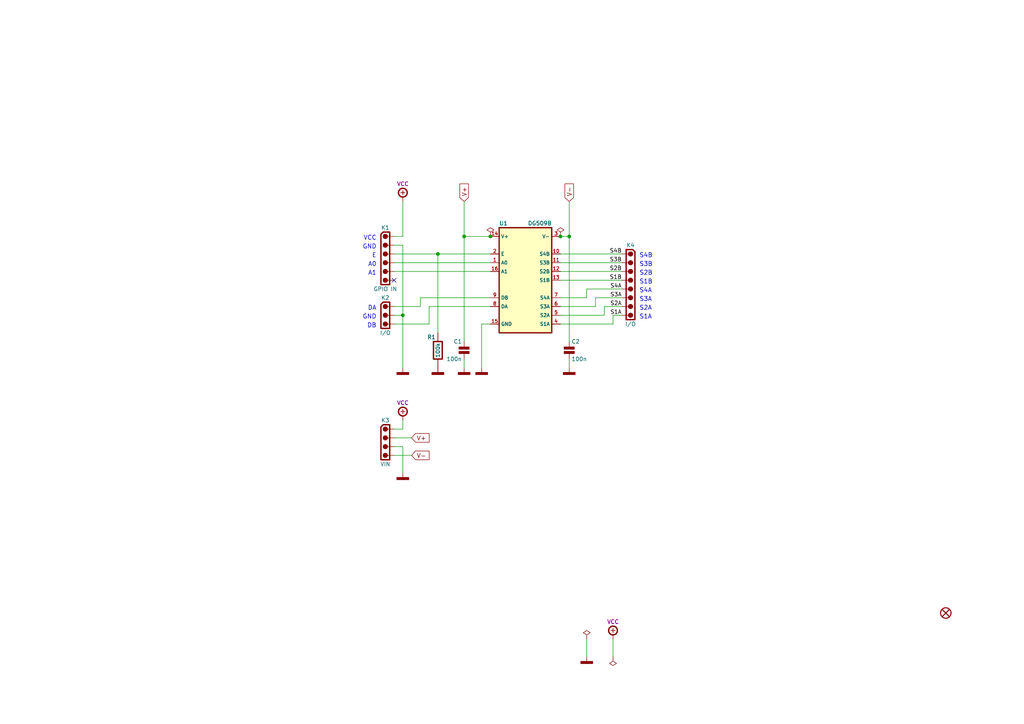
<source format=kicad_sch>
(kicad_sch (version 20250114) (generator "eeschema") (generator_version "9.0")
  (paper "A4")
  (title_block (title "GPIO - DG509B-HEADER") (date "Q1/2022") (rev "A"))
  (lib_symbols
    (symbol "tronixio:+VCC" (power) (pin_numbers (hide yes)) (pin_names (offset 0) (hide yes))
      (property "Description" "VCC" (at 0 5.08 0))
      (symbol "+VCC_0_1"
        (polyline (pts (xy -0.635 2.54) (xy 0.635 2.54)) (stroke (width 0.2)))
        (circle (center 0 2.54) (radius 1.27) (stroke (width 0.4)))
        (polyline (pts (xy 0 1.905) (xy 0 3.175)) (stroke (width 0.2)))
      )
      (symbol "+VCC_1_1"
        (pin power_in line (at 0 0 90) (length 1.27) (name "~") (number "1"))
      )
    )
    (symbol "tronixio:3M-SJ5376" (pin_numbers (hide yes)) (pin_names (offset 0) (hide yes))
      (symbol "3M-SJ5376_0_1"
        (polyline (pts (xy -1.016 -1.016) (xy 1.016 1.016)) (stroke (width 0.3)))
        (circle (center 0 0) (radius 1.524) (stroke (width 0.3)))
        (polyline (pts (xy 1.016 -1.016) (xy -1.016 1.016)) (stroke (width 0.3)))
      )
    )
    (symbol "tronixio:CAPACITOR-1206-100N-50V-5P-X7R" (pin_numbers (hide yes)) (pin_names (offset 0) (hide yes))
      (property "Reference" "C" (at 0.635 2.54 0))
      (property "Value" "100n" (at 0.635 -2.54 0))
      (symbol "CAPACITOR-1206-100N-50V-5P-X7R_0_1"
        (rectangle (start -1.524 1.016) (end 1.524 0.254) (stroke (width 0.001)) (fill (type outline)))
        (rectangle (start -1.524 -0.254) (end 1.524 -1.016) (stroke (width 0.001)) (fill (type outline)))
      )
      (symbol "CAPACITOR-1206-100N-50V-5P-X7R_1_1"
        (pin passive line (at 0 2.54 270) (length 1.905) (name "~") (number "1"))
        (pin passive line (at 0 -2.54 90) (length 1.905) (name "~") (number "2"))
      )
    )
    (symbol "tronixio:GND" (power) (pin_numbers (hide yes)) (pin_names (offset 0) (hide yes))
      (symbol "GND_0_1"
        (rectangle (start -1.778 -2.032) (end 1.778 -1.27) (stroke (width 0.001)) (fill (type outline)))
      )
      (symbol "GND_1_1"
        (pin power_in line (at 0 0 270) (length 1.27) (name "~") (number "1"))
      )
    )
    (symbol "tronixio:HARWIN-254-M-1X03-VERTICAL" (pin_numbers (hide yes)) (pin_names (offset 0) (hide yes))
      (property "Reference" "K" (at 0 2.54 0))
      (property "Value" "SYMBOL-HEADER-M-1X03" (at 0 -7.62 0))
      (symbol "HARWIN-254-M-1X03-VERTICAL_0_1"
        (polyline (pts (xy -1.27 -6.35) (xy 1.27 -6.35) (xy 1.27 0.635) (xy 0.635 1.27) (xy -1.27 1.27) (xy -1.27 -6.35)) (stroke (width 0.4)))
        (circle (center 0 0) (radius 0.635) (stroke (width 0.2)) (fill (type outline)))
        (circle (center 0 -2.54) (radius 0.635) (stroke (width 0.2)) (fill (type outline)))
        (circle (center 0 -5.08) (radius 0.635) (stroke (width 0.2)) (fill (type outline)))
      )
      (symbol "HARWIN-254-M-1X03-VERTICAL_1_1"
        (pin passive line (at -2.54 0 0) (length 1.905) (name "1") (number "1"))
        (pin passive line (at -2.54 -2.54 0) (length 1.905) (name "2") (number "2"))
        (pin passive line (at -2.54 -5.08 0) (length 1.905) (name "3") (number "3"))
      )
    )
    (symbol "tronixio:HARWIN-254-M-1X04-VERTICAL" (pin_numbers (hide yes)) (pin_names (offset 0) (hide yes))
      (property "Reference" "K" (at 0 2.54 0))
      (property "Value" "SYMBOL-HEADER-M-1X04" (at 0 -10.16 0))
      (symbol "HARWIN-254-M-1X04-VERTICAL_0_1"
        (polyline (pts (xy -1.27 -8.89) (xy 1.27 -8.89) (xy 1.27 0.635) (xy 0.635 1.27) (xy -1.27 1.27) (xy -1.27 -8.89)) (stroke (width 0.4)))
        (circle (center 0 0) (radius 0.635) (stroke (width 0.2)) (fill (type outline)))
        (circle (center 0 -2.54) (radius 0.635) (stroke (width 0.2)) (fill (type outline)))
        (circle (center 0 -5.08) (radius 0.635) (stroke (width 0.2)) (fill (type outline)))
        (circle (center 0 -7.62) (radius 0.635) (stroke (width 0.2)) (fill (type outline)))
      )
      (symbol "HARWIN-254-M-1X04-VERTICAL_1_1"
        (pin passive line (at -2.54 0 0) (length 1.905) (name "1") (number "1"))
        (pin passive line (at -2.54 -2.54 0) (length 1.905) (name "2") (number "2"))
        (pin passive line (at -2.54 -5.08 0) (length 1.905) (name "3") (number "3"))
        (pin passive line (at -2.54 -7.62 0) (length 1.905) (name "4") (number "4"))
      )
    )
    (symbol "tronixio:HARWIN-254-M-1X06-RIGHT-ANGLE" (pin_numbers (hide yes)) (pin_names (offset 0) (hide yes))
      (property "Reference" "K" (at 0 2.54 0))
      (property "Value" "HARWIN-254-M-1X06-RIGHT-ANGLE" (at 0 -15.24 0))
      (symbol "HARWIN-254-M-1X06-RIGHT-ANGLE_0_1"
        (polyline (pts (xy -1.27 -13.97) (xy 1.27 -13.97) (xy 1.27 0.635) (xy 0.635 1.27) (xy -1.27 1.27) (xy -1.27 -13.97)) (stroke (width 0.4)))
        (circle (center 0 0) (radius 0.635) (stroke (width 0.2)) (fill (type outline)))
        (circle (center 0 -2.54) (radius 0.635) (stroke (width 0.2)) (fill (type outline)))
        (circle (center 0 -5.08) (radius 0.635) (stroke (width 0.2)) (fill (type outline)))
        (circle (center 0 -7.62) (radius 0.635) (stroke (width 0.2)) (fill (type outline)))
        (circle (center 0 -10.16) (radius 0.635) (stroke (width 0.2)) (fill (type outline)))
        (circle (center 0 -12.7) (radius 0.635) (stroke (width 0.2)) (fill (type outline)))
      )
      (symbol "HARWIN-254-M-1X06-RIGHT-ANGLE_1_1"
        (pin passive line (at -2.54 0 0) (length 1.905) (name "1") (number "1"))
        (pin passive line (at -2.54 -2.54 0) (length 1.905) (name "2") (number "2"))
        (pin passive line (at -2.54 -5.08 0) (length 1.905) (name "3") (number "3"))
        (pin passive line (at -2.54 -7.62 0) (length 1.905) (name "4") (number "4"))
        (pin passive line (at -2.54 -10.16 0) (length 1.905) (name "5") (number "5"))
        (pin passive line (at -2.54 -12.7 0) (length 1.905) (name "6") (number "6"))
      )
    )
    (symbol "tronixio:HARWIN-254-M-1X08-VERTICAL" (pin_numbers (hide yes)) (pin_names (offset 0) (hide yes))
      (property "Reference" "K" (at 0 2.54 0))
      (property "Value" "HARWIN-254-M-1X08-VERTICAL" (at 0 -20.32 0))
      (symbol "HARWIN-254-M-1X08-VERTICAL_0_1"
        (polyline (pts (xy -1.27 -19.05) (xy 1.27 -19.05) (xy 1.27 0.635) (xy 0.635 1.27) (xy -1.27 1.27) (xy -1.27 -19.05)) (stroke (width 0.4)))
        (circle (center 0 0) (radius 0.635) (stroke (width 0.2)) (fill (type outline)))
        (circle (center 0 -2.54) (radius 0.635) (stroke (width 0.2)) (fill (type outline)))
        (circle (center 0 -5.08) (radius 0.635) (stroke (width 0.2)) (fill (type outline)))
        (circle (center 0 -7.62) (radius 0.635) (stroke (width 0.2)) (fill (type outline)))
        (circle (center 0 -10.16) (radius 0.635) (stroke (width 0.2)) (fill (type outline)))
        (circle (center 0 -12.7) (radius 0.635) (stroke (width 0.2)) (fill (type outline)))
        (circle (center 0 -15.24) (radius 0.635) (stroke (width 0.2)) (fill (type outline)))
        (circle (center 0 -17.78) (radius 0.635) (stroke (width 0.2)) (fill (type outline)))
      )
      (symbol "HARWIN-254-M-1X08-VERTICAL_1_1"
        (pin passive line (at -2.54 0 0) (length 1.905) (name "Pin_1") (number "1"))
        (pin passive line (at -2.54 -2.54 0) (length 1.905) (name "Pin_2") (number "2"))
        (pin passive line (at -2.54 -5.08 0) (length 1.905) (name "Pin_3") (number "3"))
        (pin passive line (at -2.54 -7.62 0) (length 1.905) (name "Pin_4") (number "4"))
        (pin passive line (at -2.54 -10.16 0) (length 1.905) (name "Pin_5") (number "5"))
        (pin passive line (at -2.54 -12.7 0) (length 1.905) (name "Pin_6") (number "6"))
        (pin passive line (at -2.54 -15.24 0) (length 1.905) (name "Pin_7") (number "7"))
        (pin passive line (at -2.54 -17.78 0) (length 1.905) (name "Pin_8") (number "8"))
      )
    )
    (symbol "tronixio:POWER-FLAG" (power) (pin_numbers (hide yes)) (pin_names (offset 0) (hide yes))
      (symbol "POWER-FLAG_0_0"
        (pin power_out line (at 0 0 90) (length 0) (name "pwr") (number "1"))
      )
      (symbol "POWER-FLAG_0_1"
        (polyline (pts (xy 0 0) (xy 0 1.27) (xy -1.016 1.905) (xy 0 2.54) (xy 1.016 1.905) (xy 0 1.27)))
      )
    )
    (symbol "tronixio:RESISTOR-1206-100K-5P" (pin_numbers (hide yes)) (pin_names (offset 0) (hide yes))
      (property "Reference" "R" (at 0.635 3.81 0))
      (property "Value" "100k" (at 0 0 90))
      (symbol "RESISTOR-1206-100K-5P_0_1"
        (rectangle (start -1.27 -2.54) (end 1.27 2.54) (stroke (width 0.4)))
      )
      (symbol "RESISTOR-1206-100K-5P_1_1"
        (pin passive line (at 0 5.08 270) (length 2.54) (name "~") (number "1"))
        (pin passive line (at 0 -5.08 90) (length 2.54) (name "~") (number "2"))
      )
    )
    (symbol "tronixio:VISHAY-DG509B-SOIC" (pin_names (offset 0.5))
      (property "Reference" "U" (at 2.54 3.81 0))
      (property "Value" "DG509B" (at 17.78 3.81 0))
      (symbol "VISHAY-DG509B-SOIC_0_1"
        (rectangle (start 2.54 2.54) (end 17.78 -27.94) (stroke (width 0.4)) (fill (type background)))
      )
      (symbol "VISHAY-DG509B-SOIC_1_1"
        (pin power_in line (at 0 0 0) (length 2.54) (name "V+") (number "14"))
        (pin input line (at 0 -5.08 0) (length 2.54) (name "E") (number "2"))
        (pin input line (at 0 -7.62 0) (length 2.54) (name "A0") (number "1"))
        (pin input line (at 0 -10.16 0) (length 2.54) (name "A1") (number "16"))
        (pin bidirectional line (at 0 -17.78 0) (length 2.54) (name "DB") (number "9"))
        (pin bidirectional line (at 0 -20.32 0) (length 2.54) (name "DA") (number "8"))
        (pin power_in line (at 0 -25.4 0) (length 2.54) (name "GND") (number "15"))
        (pin power_in line (at 20.32 0 180) (length 2.54) (name "V-") (number "3"))
        (pin bidirectional line (at 20.32 -5.08 180) (length 2.54) (name "S4B") (number "10"))
        (pin bidirectional line (at 20.32 -7.62 180) (length 2.54) (name "S3B") (number "11"))
        (pin bidirectional line (at 20.32 -10.16 180) (length 2.54) (name "S2B") (number "12"))
        (pin bidirectional line (at 20.32 -12.7 180) (length 2.54) (name "S1B") (number "13"))
        (pin bidirectional line (at 20.32 -17.78 180) (length 2.54) (name "S4A") (number "7"))
        (pin bidirectional line (at 20.32 -20.32 180) (length 2.54) (name "S3A") (number "6"))
        (pin bidirectional line (at 20.32 -22.86 180) (length 2.54) (name "S2A") (number "5"))
        (pin bidirectional line (at 20.32 -25.4 180) (length 2.54) (name "S1A") (number "4"))
      )
    )
  )
  (text "A0" (at 109.22 77.47 0) (effects (font (size 1.27 1.27)) (justify right bottom)))
  (text "S4B" (at 185.42 74.93 0) (effects (font (size 1.27 1.27)) (justify left bottom)))
  (text "S2B" (at 185.42 80.01 0) (effects (font (size 1.27 1.27)) (justify left bottom)))
  (text "S3A" (at 185.42 87.63 0) (effects (font (size 1.27 1.27)) (justify left bottom)))
  (text "VCC" (at 109.22 69.85 0) (effects (font (size 1.27 1.27)) (justify right bottom)))
  (text "E" (at 109.22 74.93 0) (effects (font (size 1.27 1.27)) (justify right bottom)))
  (text "S1A" (at 185.42 92.71 0) (effects (font (size 1.27 1.27)) (justify left bottom)))
  (text "S2A" (at 185.42 90.17 0) (effects (font (size 1.27 1.27)) (justify left bottom)))
  (text "S3B" (at 185.42 77.47 0) (effects (font (size 1.27 1.27)) (justify left bottom)))
  (text "A1" (at 109.22 80.01 0) (effects (font (size 1.27 1.27)) (justify right bottom)))
  (text "DA" (at 109.22 90.17 0) (effects (font (size 1.27 1.27)) (justify right bottom)))
  (text "GND" (at 109.22 72.39 0) (effects (font (size 1.27 1.27)) (justify right bottom)))
  (text "DB" (at 109.22 95.25 0) (effects (font (size 1.27 1.27)) (justify right bottom)))
  (text "S1B" (at 185.42 82.55 0) (effects (font (size 1.27 1.27)) (justify left bottom)))
  (text "S4A" (at 185.42 85.09 0) (effects (font (size 1.27 1.27)) (justify left bottom)))
  (text "GND" (at 109.22 92.71 0) (effects (font (size 1.27 1.27)) (justify right bottom)))
  (junction (at 116.84 91.44))
  (junction (at 127 73.66))
  (junction (at 134.62 68.58))
  (junction (at 165.1 68.58))
  (junction (at 142.24 68.58))
  (junction (at 162.56 68.58))
  (no_connect (at 114.3 81.28))
  (wire (pts (xy 114.3 127) (xy 119.38 127)))
  (wire (pts (xy 114.3 78.74) (xy 142.24 78.74)))
  (wire (pts (xy 162.56 86.36) (xy 170.18 86.36)))
  (wire (pts (xy 116.84 91.44) (xy 116.84 106.68)))
  (wire (pts (xy 114.3 129.54) (xy 116.84 129.54)))
  (wire (pts (xy 175.26 91.44) (xy 175.26 88.9)))
  (wire (pts (xy 114.3 76.2) (xy 142.24 76.2)))
  (wire (pts (xy 165.1 68.58) (xy 162.56 68.58)))
  (wire (pts (xy 121.92 86.36) (xy 121.92 88.9)))
  (wire (pts (xy 139.7 93.98) (xy 139.7 106.68)))
  (wire (pts (xy 114.3 73.66) (xy 127 73.66)))
  (wire (pts (xy 165.1 58.42) (xy 165.1 68.58)))
  (wire (pts (xy 142.24 88.9) (xy 124.46 88.9)))
  (wire (pts (xy 134.62 68.58) (xy 142.24 68.58)))
  (wire (pts (xy 177.8 185.42) (xy 177.8 190.5)))
  (wire (pts (xy 162.56 78.74) (xy 180.34 78.74)))
  (wire (pts (xy 172.72 86.36) (xy 172.72 88.9)))
  (wire (pts (xy 116.84 124.46) (xy 116.84 121.92)))
  (wire (pts (xy 165.1 104.14) (xy 165.1 106.68)))
  (wire (pts (xy 162.56 73.66) (xy 180.34 73.66)))
  (wire (pts (xy 162.56 81.28) (xy 180.34 81.28)))
  (wire (pts (xy 114.3 132.08) (xy 119.38 132.08)))
  (wire (pts (xy 170.18 83.82) (xy 180.34 83.82)))
  (wire (pts (xy 162.56 91.44) (xy 175.26 91.44)))
  (wire (pts (xy 116.84 68.58) (xy 116.84 58.42)))
  (wire (pts (xy 165.1 68.58) (xy 165.1 99.06)))
  (wire (pts (xy 162.56 76.2) (xy 180.34 76.2)))
  (wire (pts (xy 114.3 91.44) (xy 116.84 91.44)))
  (wire (pts (xy 172.72 88.9) (xy 162.56 88.9)))
  (wire (pts (xy 177.8 93.98) (xy 162.56 93.98)))
  (wire (pts (xy 134.62 106.68) (xy 134.62 104.14)))
  (wire (pts (xy 116.84 71.12) (xy 116.84 91.44)))
  (wire (pts (xy 180.34 86.36) (xy 172.72 86.36)))
  (wire (pts (xy 127 73.66) (xy 127 96.52)))
  (wire (pts (xy 114.3 68.58) (xy 116.84 68.58)))
  (wire (pts (xy 124.46 88.9) (xy 124.46 93.98)))
  (wire (pts (xy 114.3 124.46) (xy 116.84 124.46)))
  (wire (pts (xy 116.84 129.54) (xy 116.84 137.16)))
  (wire (pts (xy 127 73.66) (xy 142.24 73.66)))
  (wire (pts (xy 170.18 185.42) (xy 170.18 190.5)))
  (wire (pts (xy 121.92 86.36) (xy 142.24 86.36)))
  (wire (pts (xy 142.24 93.98) (xy 139.7 93.98)))
  (wire (pts (xy 177.8 91.44) (xy 177.8 93.98)))
  (wire (pts (xy 114.3 88.9) (xy 121.92 88.9)))
  (wire (pts (xy 134.62 68.58) (xy 134.62 99.06)))
  (wire (pts (xy 134.62 58.42) (xy 134.62 68.58)))
  (wire (pts (xy 114.3 93.98) (xy 124.46 93.98)))
  (wire (pts (xy 114.3 71.12) (xy 116.84 71.12)))
  (wire (pts (xy 175.26 88.9) (xy 180.34 88.9)))
  (wire (pts (xy 180.34 91.44) (xy 177.8 91.44)))
  (wire (pts (xy 170.18 86.36) (xy 170.18 83.82)))
  (label "S4B" (at 180.34 73.66 180) (effects (font (size 1.15 1.15))))
  (label "S3A" (at 180.34 86.36 180) (effects (font (size 1.15 1.15))))
  (label "S1A" (at 180.34 91.44 180) (effects (font (size 1.15 1.15))))
  (label "S1B" (at 180.34 81.28 180) (effects (font (size 1.15 1.15))))
  (label "S3B" (at 180.34 76.2 180) (effects (font (size 1.15 1.15))))
  (label "S2B" (at 180.34 78.74 180) (effects (font (size 1.15 1.15))))
  (label "S4A" (at 180.34 83.82 180) (effects (font (size 1.15 1.15))))
  (label "S2A" (at 180.34 88.9 180) (effects (font (size 1.15 1.15))))
  (global_label "V-" (shape input) (at 119.38 132.08 0) (property "Intersheetrefs" "${INTERSHEET_REFS}" (effects (hide yes))))
  (global_label "V+" (shape input) (at 134.62 58.42 90) (property "Intersheetrefs" "${INTERSHEET_REFS}" (effects (hide yes))))
  (global_label "V+" (shape input) (at 119.38 127 0) (property "Intersheetrefs" "${INTERSHEET_REFS}" (effects (hide yes))))
  (global_label "V-" (shape input) (at 165.1 58.42 90) (property "Intersheetrefs" "${INTERSHEET_REFS}" (effects (hide yes))))
  (symbol (lib_id "tronixio:CAPACITOR-1206-100N-50V-5P-X7R") (at 134.62 101.6 0) (unit 1)
    (property "Reference" "C1" (at 133.985 99.06 0) (effects (font (size 1.15 1.15)) (justify right)))
    (property "Value" "100n" (at 133.985 104.14 0) (effects (font (size 1.15 1.15)) (justify right)))
    (property "Footprint" "tronixio:CAPACITOR-SMD-1206" (effects (hide yes)))
    (property "Description" "Unpolarized Capacitor" (effects (hide yes)))
    (property "Voltage" "50V" (effects (hide yes)))
    (property "Tolerance" "5%" (effects (hide yes)))
    (property "Mouser" "80-C1206C104J5R" (effects (hide yes)))
  )
  (symbol (lib_id "tronixio:HARWIN-254-M-1X03-VERTICAL") (at 111.76 88.9 0) (mirror y) (unit 1)
    (property "Reference" "K2" (at 111.76 86.36 0) (effects (font (size 1.15 1.15))))
    (property "Value" "I/O" (at 111.76 96.52 0) (effects (font (size 1.15 1.15))))
    (property "Footprint" "tronixio:HARWIN-M20-999034x" (effects (hide yes)))
    (property "Datasheet" "https://www.harwin.com/products/M20-9990346/" (effects (hide yes)))
    (property "Description" "M20 Series - 2.54mm Pitch PCB Connector" (effects (hide yes)))
    (property "Mouser" "855-M20-999034" (effects (hide yes)))
  )
  (symbol (lib_id "tronixio:HARWIN-254-M-1X08-VERTICAL") (at 182.88 73.66 0) (unit 1)
    (property "Reference" "K4" (at 182.88 71.12 0) (effects (font (size 1.15 1.15))))
    (property "Value" "I/O" (at 182.88 93.98 0) (effects (font (size 1.15 1.15))))
    (property "Footprint" "tronixio:HARWIN-M20-999084x" (effects (hide yes)))
    (property "Datasheet" "https://www.harwin.com/products/M20-9990846/" (effects (hide yes)))
    (property "Description" "M20 Series - 2.54mm Pitch PCB Connector" (effects (hide yes)))
    (property "Mouser" "855-M20-999084" (effects (hide yes)))
  )
  (symbol (lib_id "tronixio:VISHAY-DG509B-SOIC") (at 142.24 68.58 0) (unit 1)
    (property "Reference" "U1" (at 144.78 64.77 0) (effects (font (size 1.15 1.15)) (justify left)))
    (property "Value" "DG509B" (at 160.02 64.77 0) (effects (font (size 1.15 1.15)) (justify right)))
    (property "Footprint" "tronixio:SOIC-16" (effects (hide yes)))
    (property "Datasheet" "https://www.vishay.com/docs/64821/dg508b.pdf" (effects (hide yes)))
    (property "Description" "Precision 8-Channel / Dual 4-Channel CMOS Analog Multiplexers" (effects (hide yes)))
    (property "Mouser" "781-DG509BEY-E3" (effects (hide yes)))
  )
  (symbol (lib_id "tronixio:GND") (at 116.84 137.16 0) (unit 1)
    (property "Reference" "#PWR0102" (effects (hide yes)))
    (property "Value" "POWER-GND" (effects (hide yes)))
    (property "Description" "GND" (effects (hide yes)))
  )
  (symbol (lib_id "tronixio:POWER-FLAG") (at 177.8 190.5 180) (unit 1)
    (property "Reference" "#FLG02" (effects (hide yes)))
    (property "Value" "POWER-FLAG" (effects (hide yes)))
    (property "Description" "Special symbol for telling ERC where power comes from" (effects (hide yes)))
  )
  (symbol (lib_id "tronixio:POWER-FLAG") (at 162.56 68.58 0) (unit 1)
    (property "Reference" "#FLG0102" (effects (hide yes)))
    (property "Value" "POWER-FLAG" (effects (hide yes)))
    (property "Description" "Special symbol for telling ERC where power comes from" (effects (hide yes)))
  )
  (symbol (lib_id "tronixio:HARWIN-254-M-1X06-RIGHT-ANGLE") (at 111.76 68.58 0) (mirror y) (unit 1)
    (property "Reference" "K1" (at 111.76 66.04 0) (effects (font (size 1.15 1.15))))
    (property "Value" "GPIO IN" (at 111.76 83.82 0) (effects (font (size 1.15 1.15))))
    (property "Footprint" "tronixio:HARWIN-M20-975064x" (effects (hide yes)))
    (property "Datasheet" "https://www.harwin.com/products/M20-9750646/" (effects (hide yes)))
    (property "Description" "M20 Series - 2.54mm Pitch PCB Connector" (effects (hide yes)))
    (property "Mouser" "855-M20-975064" (effects (hide yes)))
  )
  (symbol (lib_id "tronixio:CAPACITOR-1206-100N-50V-5P-X7R") (at 165.1 101.6 0) (unit 1)
    (property "Reference" "C2" (at 165.735 99.06 0) (effects (font (size 1.15 1.15)) (justify left)))
    (property "Value" "100n" (at 165.735 104.14 0) (effects (font (size 1.15 1.15)) (justify left)))
    (property "Footprint" "tronixio:CAPACITOR-SMD-1206" (effects (hide yes)))
    (property "Description" "Unpolarized Capacitor" (effects (hide yes)))
    (property "Voltage" "50V" (effects (hide yes)))
    (property "Tolerance" "5%" (effects (hide yes)))
    (property "Mouser" "80-C1206C104J5R" (effects (hide yes)))
  )
  (symbol (lib_id "tronixio:POWER-FLAG") (at 142.24 68.58 0) (unit 1)
    (property "Reference" "#FLG0101" (effects (hide yes)))
    (property "Value" "POWER-FLAG" (effects (hide yes)))
    (property "Description" "Special symbol for telling ERC where power comes from" (effects (hide yes)))
  )
  (symbol (lib_id "tronixio:+VCC") (at 116.84 58.42 0) (unit 1)
    (property "Reference" "#PWR01" (effects (hide yes)))
    (property "Value" "POWER-+VCC" (effects (hide yes)))
    (property "Description" "VCC" (at 116.84 53.34 0) (effects (font (size 1.15 1.15))))
    (property "Name" "VCC" (at 116.84 53.34 0) (effects (font (size 1.15 1.15))))
  )
  (symbol (lib_id "tronixio:3M-SJ5376") (at 274.32 177.8 0) (unit 1)
    (property "Reference" "U2" (effects (hide yes)))
    (property "Value" "3M-SJ5376" (effects (hide yes)))
    (property "Footprint" "tronixio:3M-SJ5376" (effects (hide yes)))
    (property "Datasheet" "https://multimedia.3m.com/mws/media/743845O/sjxx76-pdf.pdf" (effects (hide yes)))
    (property "Mouser" "517-SJ5376" (effects (hide yes)))
  )
  (symbol (lib_id "tronixio:GND") (at 139.7 106.68 0) (unit 1)
    (property "Reference" "#PWR05" (effects (hide yes)))
    (property "Value" "POWER-GND" (effects (hide yes)))
    (property "Description" "GND" (effects (hide yes)))
  )
  (symbol (lib_id "tronixio:GND") (at 170.18 190.5 0) (unit 1)
    (property "Reference" "#PWR08" (effects (hide yes)))
    (property "Value" "POWER-GND" (effects (hide yes)))
    (property "Description" "GND" (effects (hide yes)))
  )
  (symbol (lib_id "tronixio:HARWIN-254-M-1X04-VERTICAL") (at 111.76 124.46 0) (mirror y) (unit 1)
    (property "Reference" "K3" (at 111.76 121.92 0) (effects (font (size 1.15 1.15))))
    (property "Value" "VIN" (at 111.76 134.62 0) (effects (font (size 1.15 1.15))))
    (property "Footprint" "tronixio:HARWIN-M20-999044x" (effects (hide yes)))
    (property "Datasheet" "https://www.harwin.com/products/M20-9990446/" (effects (hide yes)))
    (property "Description" "M20 Series - 2.54mm Pitch PCB Connector" (effects (hide yes)))
    (property "Mouser" "855-M20-999044" (effects (hide yes)))
  )
  (symbol (lib_id "tronixio:+VCC") (at 116.84 121.92 0) (unit 1)
    (property "Reference" "#PWR0101" (effects (hide yes)))
    (property "Value" "POWER-+VCC" (effects (hide yes)))
    (property "Description" "VCC" (at 116.84 116.84 0) (effects (font (size 1.15 1.15))))
    (property "Name" "VCC" (at 116.84 116.84 0) (effects (font (size 1.15 1.15))))
  )
  (symbol (lib_id "tronixio:GND") (at 127 106.68 0) (unit 1)
    (property "Reference" "#PWR0103" (effects (hide yes)))
    (property "Value" "POWER-GND" (effects (hide yes)))
    (property "Description" "GND" (effects (hide yes)))
  )
  (symbol (lib_id "tronixio:GND") (at 134.62 106.68 0) (unit 1)
    (property "Reference" "#PWR04" (effects (hide yes)))
    (property "Value" "POWER-GND" (effects (hide yes)))
    (property "Description" "GND" (effects (hide yes)))
  )
  (symbol (lib_id "tronixio:RESISTOR-1206-100K-5P") (at 127 101.6 0) (unit 1)
    (property "Reference" "R1" (at 126.365 97.79 0) (effects (font (size 1.15 1.15)) (justify right)))
    (property "Value" "100k" (at 127 101.6 90) (effects (font (size 1.15 1.15))))
    (property "Footprint" "tronixio:RESISTOR-SMD-1206" (effects (hide yes)))
    (property "Description" "Resistor" (effects (hide yes)))
    (property "Tolerance" "5%" (effects (hide yes)))
    (property "Mouser" "660-RK73B2BTTDD104J" (effects (hide yes)))
  )
  (symbol (lib_id "tronixio:GND") (at 165.1 106.68 0) (unit 1)
    (property "Reference" "#PWR07" (effects (hide yes)))
    (property "Value" "POWER-GND" (effects (hide yes)))
    (property "Description" "GND" (effects (hide yes)))
  )
  (symbol (lib_id "tronixio:GND") (at 116.84 106.68 0) (unit 1)
    (property "Reference" "#PWR02" (effects (hide yes)))
    (property "Value" "POWER-GND" (effects (hide yes)))
    (property "Description" "GND" (effects (hide yes)))
  )
  (symbol (lib_id "tronixio:POWER-FLAG") (at 170.18 185.42 0) (unit 1)
    (property "Reference" "#FLG01" (effects (hide yes)))
    (property "Value" "POWER-FLAG" (effects (hide yes)))
    (property "Description" "Special symbol for telling ERC where power comes from" (effects (hide yes)))
  )
  (symbol (lib_id "tronixio:+VCC") (at 177.8 185.42 0) (unit 1)
    (property "Reference" "#PWR09" (effects (hide yes)))
    (property "Value" "POWER-+VCC" (effects (hide yes)))
    (property "Description" "VCC" (at 177.8 180.34 0) (effects (font (size 1.15 1.15))))
    (property "Name" "VCC" (at 177.8 180.34 0) (effects (font (size 1.15 1.15))))
  )
)
</source>
